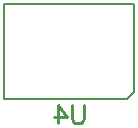
<source format=gbo>
%FSLAX25Y25*%
%MOIN*%
G70*
G01*
G75*
G04 Layer_Color=32896*
%ADD10R,0.05906X0.00984*%
%ADD11R,0.03500X0.03500*%
%ADD12R,0.03937X0.03150*%
%ADD13R,0.05118X0.03937*%
%ADD14R,0.05906X0.03937*%
%ADD15R,0.03937X0.07087*%
%ADD16R,0.03500X0.03500*%
%ADD17R,0.03937X0.05118*%
%ADD18R,0.05906X0.07087*%
%ADD19R,0.03543X0.03740*%
%ADD20R,0.03543X0.03740*%
%ADD21R,0.00984X0.05906*%
%ADD22R,0.00787X0.04724*%
%ADD23R,0.03150X0.02362*%
%ADD24R,0.05512X0.01969*%
%ADD25R,0.05512X0.05512*%
%ADD26C,0.01969*%
%ADD27C,0.01181*%
%ADD28C,0.03937*%
%ADD29C,0.00787*%
%ADD30C,0.01000*%
%ADD31C,0.05512*%
%ADD32R,0.05512X0.05512*%
%ADD33R,0.05906X0.05906*%
%ADD34C,0.05906*%
%ADD35C,0.05512*%
%ADD36C,0.11024*%
%ADD37C,0.12598*%
%ADD38R,0.05906X0.05906*%
%ADD39O,0.07874X0.15748*%
%ADD40C,0.05906*%
%ADD41O,0.15748X0.07874*%
%ADD42O,0.07874X0.17716*%
%ADD43C,0.03937*%
%ADD44C,0.00591*%
%ADD45C,0.00984*%
%ADD46C,0.00600*%
%ADD47C,0.00598*%
%ADD48C,0.00591*%
%ADD49C,0.00394*%
%ADD50R,0.06000X0.01811*%
%ADD51R,0.02000X0.02500*%
%ADD52R,0.04000X0.02811*%
D30*
X205500Y-303387D02*
Y-307672D01*
X205214Y-308529D01*
X204643Y-309100D01*
X203786Y-309386D01*
X203215D01*
X202358Y-309100D01*
X201786Y-308529D01*
X201501Y-307672D01*
Y-303387D01*
X196987D02*
X199844Y-307386D01*
X195559D01*
X196987Y-303387D02*
Y-309386D01*
D48*
X179008Y-301142D02*
Y-269646D01*
X222315D01*
X218208Y-301142D02*
X220019D01*
X216408D02*
X220019D01*
X222315Y-298846D01*
X179008Y-301142D02*
X216408D01*
X222315Y-298846D02*
Y-269646D01*
M02*

</source>
